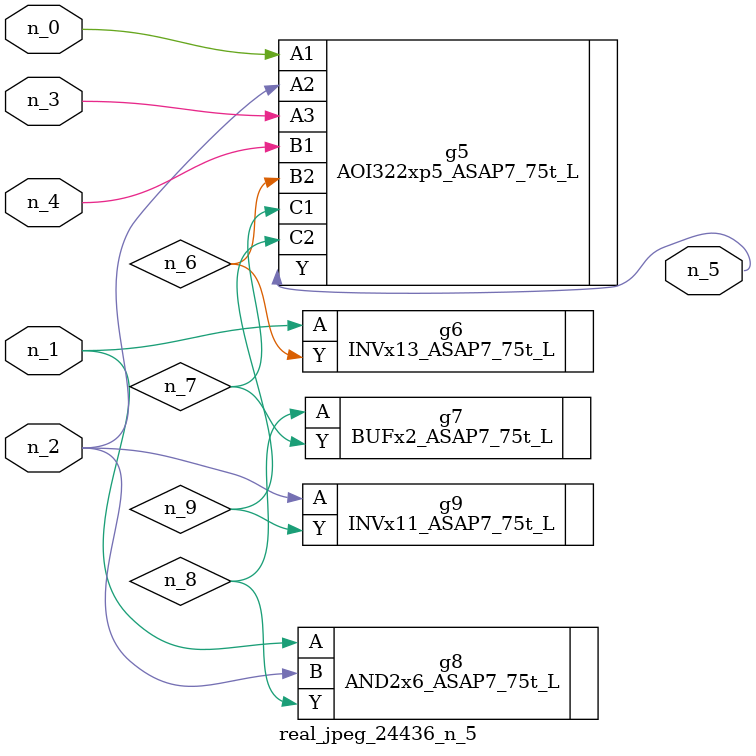
<source format=v>
module real_jpeg_24436_n_5 (n_4, n_0, n_1, n_2, n_3, n_5);

input n_4;
input n_0;
input n_1;
input n_2;
input n_3;

output n_5;

wire n_8;
wire n_6;
wire n_7;
wire n_9;

AOI322xp5_ASAP7_75t_L g5 ( 
.A1(n_0),
.A2(n_2),
.A3(n_3),
.B1(n_4),
.B2(n_6),
.C1(n_7),
.C2(n_9),
.Y(n_5)
);

INVx13_ASAP7_75t_L g6 ( 
.A(n_1),
.Y(n_6)
);

AND2x6_ASAP7_75t_L g8 ( 
.A(n_1),
.B(n_2),
.Y(n_8)
);

INVx11_ASAP7_75t_L g9 ( 
.A(n_2),
.Y(n_9)
);

BUFx2_ASAP7_75t_L g7 ( 
.A(n_8),
.Y(n_7)
);


endmodule
</source>
